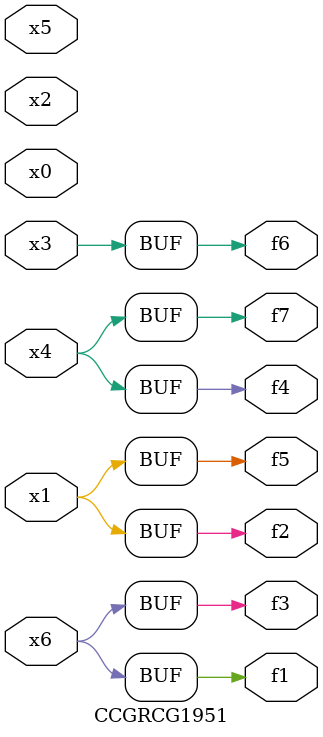
<source format=v>
module CCGRCG1951(
	input x0, x1, x2, x3, x4, x5, x6,
	output f1, f2, f3, f4, f5, f6, f7
);
	assign f1 = x6;
	assign f2 = x1;
	assign f3 = x6;
	assign f4 = x4;
	assign f5 = x1;
	assign f6 = x3;
	assign f7 = x4;
endmodule

</source>
